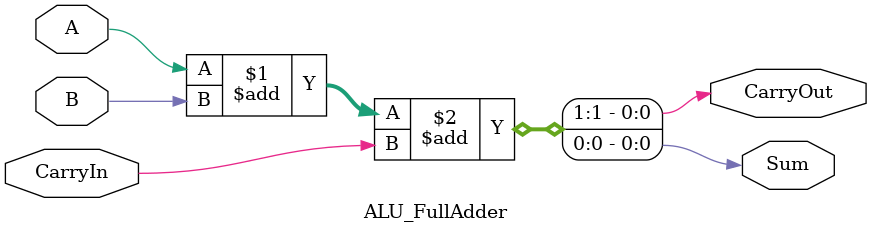
<source format=sv>
`timescale 1ns / 1ps

module ALU_FullAdder(
    input A,
    input B,
    input CarryIn,
    output Sum,
    output CarryOut
    );   
    assign {CarryOut, Sum} = A + B + CarryIn;    
endmodule

</source>
